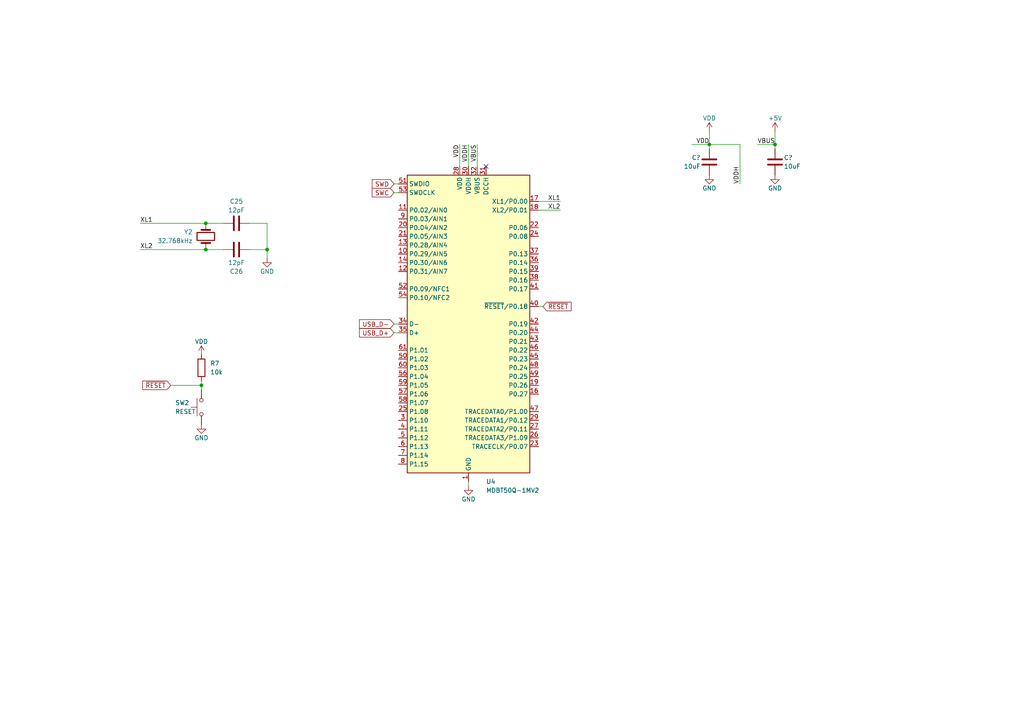
<source format=kicad_sch>
(kicad_sch (version 20230121) (generator eeschema)
  (paper "A4")
  (lib_symbols
    (symbol "Device:C" (pin_numbers hide) (pin_names (offset 0.254))
      (property "Reference" "C" (at 0.635 2.54 0))
      (property "Value" "C" (at 0.635 -2.54 0))
      (symbol "C_0_1"
        (polyline (pts (xy -2.032 -0.762) (xy 2.032 -0.762)) (stroke (width 0.508)))
        (polyline (pts (xy -2.032 0.762) (xy 2.032 0.762)) (stroke (width 0.508)))
      )
      (symbol "C_1_1"
        (pin passive line (at 0 3.81 270) (length 2.794) (name "~") (number "1"))
        (pin passive line (at 0 -3.81 90) (length 2.794) (name "~") (number "2"))
      )
    )
    (symbol "Device:Crystal" (pin_numbers hide) (pin_names (offset 1.016) hide)
      (property "Reference" "Y" (at 0 3.81 0))
      (property "Value" "Crystal" (at 0 -3.81 0))
      (symbol "Crystal_0_1"
        (rectangle (start -1.143 2.54) (end 1.143 -2.54) (stroke (width 0.3048)))
        (polyline (pts (xy -2.54 0) (xy -1.905 0)))
        (polyline (pts (xy -1.905 -1.27) (xy -1.905 1.27)) (stroke (width 0.508)))
        (polyline (pts (xy 1.905 -1.27) (xy 1.905 1.27)) (stroke (width 0.508)))
        (polyline (pts (xy 2.54 0) (xy 1.905 0)))
      )
      (symbol "Crystal_1_1"
        (pin passive line (at -3.81 0 0) (length 1.27) (name "1") (number "1"))
        (pin passive line (at 3.81 0 180) (length 1.27) (name "2") (number "2"))
      )
    )
    (symbol "Device:R" (pin_numbers hide) (pin_names (offset 0))
      (property "Reference" "R" (at 2.032 0 90))
      (property "Value" "R" (at 0 0 90))
      (symbol "R_0_1"
        (rectangle (start -1.016 -2.54) (end 1.016 2.54) (stroke (width 0.254)))
      )
      (symbol "R_1_1"
        (pin passive line (at 0 3.81 270) (length 1.27) (name "~") (number "1"))
        (pin passive line (at 0 -3.81 90) (length 1.27) (name "~") (number "2"))
      )
    )
    (symbol "RF_Module:MDBT50Q-1MV2"
      (property "Reference" "U" (at 0 0 0))
      (property "Value" "MDBT50Q-1MV2" (at 0 -2.54 0))
      (symbol "MDBT50Q-1MV2_0_1"
        (rectangle (start -17.78 43.18) (end 17.78 -43.18) (stroke (width 0.254)) (fill (type background)))
      )
      (symbol "MDBT50Q-1MV2_1_1"
        (pin power_in line (at 0 -45.72 90) (length 2.54) (name "GND") (number "1"))
        (pin bidirectional line (at -20.32 20.32 0) (length 2.54) (name "P0.29/AIN5") (number "10"))
        (pin bidirectional line (at -20.32 33.02 0) (length 2.54) (name "P0.02/AIN0") (number "11"))
        (pin bidirectional line (at -20.32 15.24 0) (length 2.54) (name "P0.31/AIN7") (number "12"))
        (pin bidirectional line (at -20.32 22.86 0) (length 2.54) (name "P0.28/AIN4") (number "13"))
        (pin bidirectional line (at -20.32 17.78 0) (length 2.54) (name "P0.30/AIN6") (number "14"))
        (pin passive line (at 0 -45.72 90) (length 2.54) hide (name "GND") (number "15"))
        (pin bidirectional line (at 20.32 -20.32 180) (length 2.54) (name "P0.27") (number "16"))
        (pin bidirectional line (at 20.32 35.56 180) (length 2.54) (name "XL1/P0.00") (number "17"))
        (pin bidirectional line (at 20.32 33.02 180) (length 2.54) (name "XL2/P0.01") (number "18"))
        (pin bidirectional line (at 20.32 -17.78 180) (length 2.54) (name "P0.26") (number "19"))
        (pin passive line (at 0 -45.72 90) (length 2.54) hide (name "GND") (number "2"))
        (pin bidirectional line (at -20.32 27.94 0) (length 2.54) (name "P0.04/AIN2") (number "20"))
        (pin bidirectional line (at -20.32 25.4 0) (length 2.54) (name "P0.05/AIN3") (number "21"))
        (pin bidirectional line (at 20.32 27.94 180) (length 2.54) (name "P0.06") (number "22"))
        (pin bidirectional line (at 20.32 -35.56 180) (length 2.54) (name "TRACECLK/P0.07") (number "23"))
        (pin bidirectional line (at 20.32 25.4 180) (length 2.54) (name "P0.08") (number "24"))
        (pin bidirectional line (at -20.32 -25.4 0) (length 2.54) (name "P1.08") (number "25"))
        (pin bidirectional line (at 20.32 -33.02 180) (length 2.54) (name "TRACEDATA3/P1.09") (number "26"))
        (pin bidirectional line (at 20.32 -30.48 180) (length 2.54) (name "TRACEDATA2/P0.11") (number "27"))
        (pin power_in line (at -2.54 45.72 270) (length 2.54) (name "VDD") (number "28"))
        (pin bidirectional line (at 20.32 -27.94 180) (length 2.54) (name "TRACEDATA1/P0.12") (number "29"))
        (pin bidirectional line (at -20.32 -27.94 0) (length 2.54) (name "P1.10") (number "3"))
        (pin power_in line (at 0 45.72 270) (length 2.54) (name "VDDH") (number "30"))
        (pin power_out line (at 5.08 45.72 270) (length 2.54) (name "DCCH") (number "31"))
        (pin power_in line (at 2.54 45.72 270) (length 2.54) (name "VBUS") (number "32"))
        (pin passive line (at 0 -45.72 90) (length 2.54) hide (name "GND") (number "33"))
        (pin bidirectional line (at -20.32 0 0) (length 2.54) (name "D-") (number "34"))
        (pin bidirectional line (at -20.32 -2.54 0) (length 2.54) (name "D+") (number "35"))
        (pin bidirectional line (at 20.32 17.78 180) (length 2.54) (name "P0.14") (number "36"))
        (pin bidirectional line (at 20.32 20.32 180) (length 2.54) (name "P0.13") (number "37"))
        (pin bidirectional line (at 20.32 12.7 180) (length 2.54) (name "P0.16") (number "38"))
        (pin bidirectional line (at 20.32 15.24 180) (length 2.54) (name "P0.15") (number "39"))
        (pin bidirectional line (at -20.32 -30.48 0) (length 2.54) (name "P1.11") (number "4"))
        (pin bidirectional line (at 20.32 5.08 180) (length 2.54) (name "~{RESET}/P0.18") (number "40"))
        (pin bidirectional line (at 20.32 10.16 180) (length 2.54) (name "P0.17") (number "41"))
        (pin bidirectional line (at 20.32 0 180) (length 2.54) (name "P0.19") (number "42"))
        (pin bidirectional line (at 20.32 -5.08 180) (length 2.54) (name "P0.21") (number "43"))
        (pin bidirectional line (at 20.32 -2.54 180) (length 2.54) (name "P0.20") (number "44"))
        (pin bidirectional line (at 20.32 -10.16 180) (length 2.54) (name "P0.23") (number "45"))
        (pin bidirectional line (at 20.32 -7.62 180) (length 2.54) (name "P0.22") (number "46"))
        (pin bidirectional line (at 20.32 -25.4 180) (length 2.54) (name "TRACEDATA0/P1.00") (number "47"))
        (pin bidirectional line (at 20.32 -12.7 180) (length 2.54) (name "P0.24") (number "48"))
        (pin bidirectional line (at 20.32 -15.24 180) (length 2.54) (name "P0.25") (number "49"))
        (pin bidirectional line (at -20.32 -33.02 0) (length 2.54) (name "P1.12") (number "5"))
        (pin bidirectional line (at -20.32 -10.16 0) (length 2.54) (name "P1.02") (number "50"))
        (pin bidirectional line (at -20.32 40.64 0) (length 2.54) (name "SWDIO") (number "51"))
        (pin bidirectional line (at -20.32 10.16 0) (length 2.54) (name "P0.09/NFC1") (number "52"))
        (pin input line (at -20.32 38.1 0) (length 2.54) (name "SWDCLK") (number "53"))
        (pin bidirectional line (at -20.32 7.62 0) (length 2.54) (name "P0.10/NFC2") (number "54"))
        (pin passive line (at 0 -45.72 90) (length 2.54) hide (name "GND") (number "55"))
        (pin bidirectional line (at -20.32 -15.24 0) (length 2.54) (name "P1.04") (number "56"))
        (pin bidirectional line (at -20.32 -20.32 0) (length 2.54) (name "P1.06") (number "57"))
        (pin bidirectional line (at -20.32 -22.86 0) (length 2.54) (name "P1.07") (number "58"))
        (pin bidirectional line (at -20.32 -17.78 0) (length 2.54) (name "P1.05") (number "59"))
        (pin bidirectional line (at -20.32 -35.56 0) (length 2.54) (name "P1.13") (number "6"))
        (pin bidirectional line (at -20.32 -12.7 0) (length 2.54) (name "P1.03") (number "60"))
        (pin bidirectional line (at -20.32 -7.62 0) (length 2.54) (name "P1.01") (number "61"))
        (pin bidirectional line (at -20.32 -38.1 0) (length 2.54) (name "P1.14") (number "7"))
        (pin bidirectional line (at -20.32 -40.64 0) (length 2.54) (name "P1.15") (number "8"))
        (pin bidirectional line (at -20.32 30.48 0) (length 2.54) (name "P0.03/AIN1") (number "9"))
      )
    )
    (symbol "Switch:SW_Push" (pin_numbers hide) (pin_names (offset 1.016) hide)
      (property "Reference" "SW2" (at -8.89 1.27 90))
      (property "Value" "RESET" (at -8.89 -1.27 90))
      (symbol "SW_Push_0_1"
        (circle (center -2.032 0) (radius 0.508))
        (polyline (pts (xy 0 1.27) (xy 0 3.048)))
        (polyline (pts (xy 2.54 1.27) (xy -2.54 1.27)))
        (circle (center 2.032 0) (radius 0.508))
        (pin passive line (at -5.08 0 0) (length 2.54) (name "1") (number "1"))
        (pin passive line (at 5.08 0 180) (length 2.54) (name "2") (number "2"))
      )
    )
    (symbol "power:+5V" (power) (pin_names (offset 0))
      (property "Value" "+5V" (at 0 3.556 0))
      (symbol "+5V_0_1"
        (polyline (pts (xy -0.762 1.27) (xy 0 2.54)))
        (polyline (pts (xy 0 0) (xy 0 2.54)))
        (polyline (pts (xy 0 2.54) (xy 0.762 1.27)))
      )
      (symbol "+5V_1_1"
        (pin power_in line (at 0 0 90) (length 0) hide (name "+5V") (number "1"))
      )
    )
    (symbol "power:GND" (power) (pin_names (offset 0))
      (property "Value" "GND" (at 0 -3.81 0))
      (symbol "GND_0_1"
        (polyline (pts (xy 0 0) (xy 0 -1.27) (xy 1.27 -1.27) (xy 0 -2.54) (xy -1.27 -1.27) (xy 0 -1.27)))
      )
      (symbol "GND_1_1"
        (pin power_in line (at 0 0 270) (length 0) hide (name "GND") (number "1"))
      )
    )
    (symbol "power:VDD" (power) (pin_names (offset 0))
      (property "Value" "VDD" (at 0 3.81 0))
      (symbol "VDD_0_1"
        (polyline (pts (xy -0.762 1.27) (xy 0 2.54)))
        (polyline (pts (xy 0 0) (xy 0 2.54)))
        (polyline (pts (xy 0 2.54) (xy 0.762 1.27)))
      )
      (symbol "VDD_1_1"
        (pin power_in line (at 0 0 90) (length 0) hide (name "VDD") (number "1"))
      )
    )
  )
  (junction (at 205.74 41.91))
  (junction (at 58.42 111.76))
  (junction (at 59.69 72.39))
  (junction (at 59.69 64.77))
  (junction (at 77.47 72.39))
  (junction (at 224.79 41.91))
  (no_connect (at 140.97 48.26))
  (wire (pts (xy 224.79 41.91) (xy 219.71 41.91)))
  (wire (pts (xy 205.74 38.1) (xy 205.74 41.91)))
  (wire (pts (xy 205.74 43.18) (xy 205.74 41.91)))
  (wire (pts (xy 135.89 140.97) (xy 135.89 139.7)))
  (wire (pts (xy 64.77 64.77) (xy 59.69 64.77)))
  (wire (pts (xy 156.21 60.96) (xy 162.56 60.96)))
  (wire (pts (xy 58.42 111.76) (xy 58.42 110.49)))
  (wire (pts (xy 72.39 72.39) (xy 77.47 72.39)))
  (wire (pts (xy 114.3 93.98) (xy 115.57 93.98)))
  (wire (pts (xy 162.56 58.42) (xy 156.21 58.42)))
  (wire (pts (xy 114.3 96.52) (xy 115.57 96.52)))
  (wire (pts (xy 135.89 41.91) (xy 135.89 48.26)))
  (wire (pts (xy 156.21 88.9) (xy 157.48 88.9)))
  (wire (pts (xy 205.74 41.91) (xy 200.66 41.91)))
  (wire (pts (xy 64.77 72.39) (xy 59.69 72.39)))
  (wire (pts (xy 114.3 55.88) (xy 115.57 55.88)))
  (wire (pts (xy 133.35 41.91) (xy 133.35 48.26)))
  (wire (pts (xy 77.47 64.77) (xy 77.47 72.39)))
  (wire (pts (xy 138.43 41.91) (xy 138.43 48.26)))
  (wire (pts (xy 224.79 41.91) (xy 224.79 43.18)))
  (wire (pts (xy 77.47 74.93) (xy 77.47 72.39)))
  (wire (pts (xy 59.69 64.77) (xy 40.64 64.77)))
  (wire (pts (xy 72.39 64.77) (xy 77.47 64.77)))
  (wire (pts (xy 214.63 41.91) (xy 214.63 53.34)))
  (wire (pts (xy 114.3 53.34) (xy 115.57 53.34)))
  (wire (pts (xy 58.42 113.03) (xy 58.42 111.76)))
  (wire (pts (xy 49.53 111.76) (xy 58.42 111.76)))
  (wire (pts (xy 205.74 41.91) (xy 214.63 41.91)))
  (wire (pts (xy 59.69 72.39) (xy 40.64 72.39)))
  (wire (pts (xy 224.79 38.1) (xy 224.79 41.91)))
  (label "VBUS" (at 224.79 41.91 180))
  (label "VDDH" (at 214.63 53.34 90))
  (label "VBUS" (at 138.43 41.91 270))
  (label "VDD" (at 205.74 41.91 180))
  (label "XL2" (at 162.56 60.96 180))
  (label "XL1" (at 162.56 58.42 180))
  (label "XL2" (at 40.64 72.39 0))
  (label "VDDH" (at 135.89 41.91 270))
  (label "XL1" (at 40.64 64.77 0))
  (label "VDD" (at 133.35 41.91 270))
  (global_label "~{RESET}" (shape input) (at 49.53 111.76 180) (property "Intersheetrefs" "${INTERSHEET_REFS}" (effects hide)))
  (global_label "USB_D+" (shape input) (at 114.3 96.52 180) (property "Intersheetrefs" "${INTERSHEET_REFS}" (effects hide)))
  (global_label "SWC" (shape input) (at 114.3 55.88 180) (property "Intersheetrefs" "${INTERSHEET_REFS}" (effects hide)))
  (global_label "~{RESET}" (shape input) (at 157.48 88.9 0) (property "Intersheetrefs" "${INTERSHEET_REFS}" (effects hide)))
  (global_label "USB_D-" (shape input) (at 114.3 93.98 180) (property "Intersheetrefs" "${INTERSHEET_REFS}" (effects hide)))
  (global_label "SWD" (shape input) (at 114.3 53.34 180) (property "Intersheetrefs" "${INTERSHEET_REFS}" (effects hide)))
  (symbol (lib_id "Device:C") (at 224.79 46.99 0) (unit 1)
    (property "Reference" "C?" (at 227.33 45.72 0) (effects (justify left)))
    (property "Value" "10uF" (at 227.33 48.26 0) (effects (justify left)))
    (property "Footprint" "Capacitor_SMD:C_0603_1608Metric" (effects hide))
    (instances (project "" (path "" (reference "C?") (unit 1))) (project "MS60_ls" (path "" (reference "C28") (unit 1))) (project "nrf52840" (path "" (reference "C?") (unit 1))) (project "ErgoSNM_v3_right" (path "" (reference "C8") (unit 1))))
  )
  (symbol (lib_id "power:GND") (at 58.42 123.19 0) (unit 1)
    (property "Reference" "#PWR021" (effects hide))
    (property "Value" "GND" (at 58.42 127 0))
    (instances (project "MS60_ls" (path "" (reference "#PWR021") (unit 1)) (path "" (reference "#PWR027") (unit 1))))
  )
  (symbol (lib_id "power:GND") (at 135.89 140.97 0) (mirror y) (unit 1)
    (property "Reference" "#PWR026" (effects hide))
    (property "Value" "GND" (at 135.89 144.78 0))
    (instances (project "MS60_ls" (path "" (reference "#PWR026") (unit 1))) (project "nrf52840" (path "" (reference "#PWR?") (unit 1))) (project "ErgoSNM_v3_right" (path "" (reference "#PWR027") (unit 1))))
  )
  (symbol (lib_id "power:GND") (at 205.74 50.8 0) (unit 1)
    (property "Reference" "#PWR040" (effects hide))
    (property "Value" "GND" (at 205.74 54.61 0))
    (instances (project "MS60_ls" (path "" (reference "#PWR040") (unit 1))) (project "nrf52840" (path "" (reference "#PWR?") (unit 1))) (project "ErgoSNM_v3_right" (path "" (reference "#PWR029") (unit 1))))
  )
  (symbol (lib_id "power:GND") (at 77.47 74.93 0) (mirror y) (unit 1)
    (property "Reference" "#PWR035" (effects hide))
    (property "Value" "GND" (at 77.47 78.74 0))
    (instances (project "MS60_ls" (path "" (reference "#PWR035") (unit 1))) (project "nrf52840" (path "" (reference "#PWR?") (unit 1))) (project "ErgoSNM_v3_right" (path "" (reference "#PWR027") (unit 1))))
  )
  (symbol (lib_id "power:VDD") (at 205.74 38.1 0) (unit 1)
    (property "Reference" "#PWR038" (effects hide))
    (property "Value" "VDD" (at 205.74 34.29 0))
    (instances (project "MS60_ls" (path "" (reference "#PWR038") (unit 1))) (project "ErgoSNM_v3_right" (path "" (reference "#PWR?") (unit 1)) (path "" (reference "#PWR028") (unit 1))))
  )
  (symbol (lib_id "power:+5V") (at 224.79 38.1 0) (unit 1)
    (property "Reference" "#PWR039" (effects hide))
    (property "Value" "+5V" (at 224.79 34.29 0))
    (instances (project "MS60_ls" (path "" (reference "#PWR039") (unit 1))) (project "nrf52840" (path "" (reference "#PWR?") (unit 1))) (project "ErgoSNM_v3_right" (path "" (reference "#PWR?") (unit 1)) (path "" (reference "#PWR031") (unit 1))))
  )
  (symbol (lib_id "Device:Crystal") (at 59.69 68.58 270) (mirror x) (unit 1)
    (property "Reference" "Y2" (at 55.88 67.31 90) (effects (justify right)))
    (property "Value" "32.768kHz" (at 55.88 69.85 90) (effects (justify right)))
    (property "Footprint" "Crystal:Crystal_SMD_3215-2Pin_3.2x1.5mm" (effects hide))
    (instances (project "MS60_ls" (path "" (reference "Y2") (unit 1))) (project "nrf52840" (path "" (reference "Y?") (unit 1))) (project "ErgoSNM_v3_right" (path "" (reference "Y1") (unit 1))))
  )
  (symbol (lib_id "power:VDD") (at 58.42 102.87 0) (unit 1)
    (property "Reference" "#PWR04" (effects hide))
    (property "Value" "VDD" (at 58.42 99.06 0))
  )
  (symbol (lib_id "Device:C") (at 68.58 72.39 270) (mirror x) (unit 1)
    (property "Reference" "C26" (at 68.58 78.74 90))
    (property "Value" "12pF" (at 68.58 76.2 90))
    (property "Footprint" "Capacitor_SMD:C_0603_1608Metric" (effects hide))
    (instances (project "MS60_ls" (path "" (reference "C26") (unit 1))) (project "nrf52840" (path "" (reference "C?") (unit 1))) (project "ErgoSNM_v3_right" (path "" (reference "C6") (unit 1))))
  )
  (symbol (lib_id "Device:R") (at 58.42 106.68 0) (unit 1)
    (property "Reference" "R7" (at 60.96 105.4099 0) (effects (justify left)))
    (property "Value" "10k" (at 60.96 107.9499 0) (effects (justify left)))
    (property "Footprint" "Resistor_SMD:R_0402_1005Metric" (effects hide))
    (property "MFR. Part #" "0402WGF1002TCE " (effects hide))
    (property "LCSC" "C25744" (effects hide))
    (instances (project "MS60_ls" (path "" (reference "R7") (unit 1)) (path "" (reference "R8") (unit 1))))
  )
  (symbol (lib_id "RF_Module:MDBT50Q-1MV2") (at 135.89 93.98 0) (unit 1)
    (property "Reference" "U4" (at 140.97 139.7 0) (effects (justify left)))
    (property "Value" "MDBT50Q-1MV2" (at 140.97 142.24 0) (effects (justify left)))
    (property "Footprint" "RF_Module:Raytac_MDBT50Q" (effects hide))
    (property "Datasheet" "https://www.raytac.com/download/index.php?index_id=43" (effects hide))
  )
  (symbol (lib_id "Device:C") (at 68.58 64.77 90) (unit 1)
    (property "Reference" "C25" (at 68.58 58.42 90))
    (property "Value" "12pF" (at 68.58 60.96 90))
    (property "Footprint" "Capacitor_SMD:C_0603_1608Metric" (effects hide))
    (instances (project "MS60_ls" (path "" (reference "C25") (unit 1))) (project "nrf52840" (path "" (reference "C?") (unit 1))) (project "ErgoSNM_v3_right" (path "" (reference "C5") (unit 1))))
  )
  (symbol (lib_id "power:GND") (at 224.79 50.8 0) (unit 1)
    (property "Reference" "#PWR041" (effects hide))
    (property "Value" "GND" (at 224.79 54.61 0))
    (instances (project "MS60_ls" (path "" (reference "#PWR041") (unit 1))) (project "nrf52840" (path "" (reference "#PWR?") (unit 1))) (project "ErgoSNM_v3_right" (path "" (reference "#PWR032") (unit 1))))
  )
  (symbol (lib_id "Device:C") (at 205.74 46.99 0) (mirror y) (unit 1)
    (property "Reference" "C?" (at 203.2 45.72 0) (effects (justify left)))
    (property "Value" "10uF" (at 203.2 48.26 0) (effects (justify left)))
    (property "Footprint" "Capacitor_SMD:C_0603_1608Metric" (effects hide))
    (instances (project "" (path "" (reference "C?") (unit 1))) (project "MS60_ls" (path "" (reference "C27") (unit 1))) (project "nrf52840" (path "" (reference "C?") (unit 1))) (project "ErgoSNM_v3_right" (path "" (reference "C7") (unit 1))))
  )
  (symbol (lib_id "Switch:SW_Push") (at 58.42 118.11 90) (unit 1)
    (property "Reference" "SW2" (at 50.8 116.84 90) (effects (justify right)))
    (property "Value" "RESET" (at 50.8 119.38 90) (effects (justify right)))
    (property "Footprint" "Button_Switch_SMD:SW_SPST_B3U-1000P" (effects hide))
    (property "MFR. Part #" "TS-1064S-A1B2-D4" (effects hide))
    (property "LCSC" "C498294" (effects hide))
    (instances (project "MS60_ls" (path "" (reference "SW2") (unit 1)) (path "" (reference "SW3") (unit 1))))
  )
)
</source>
